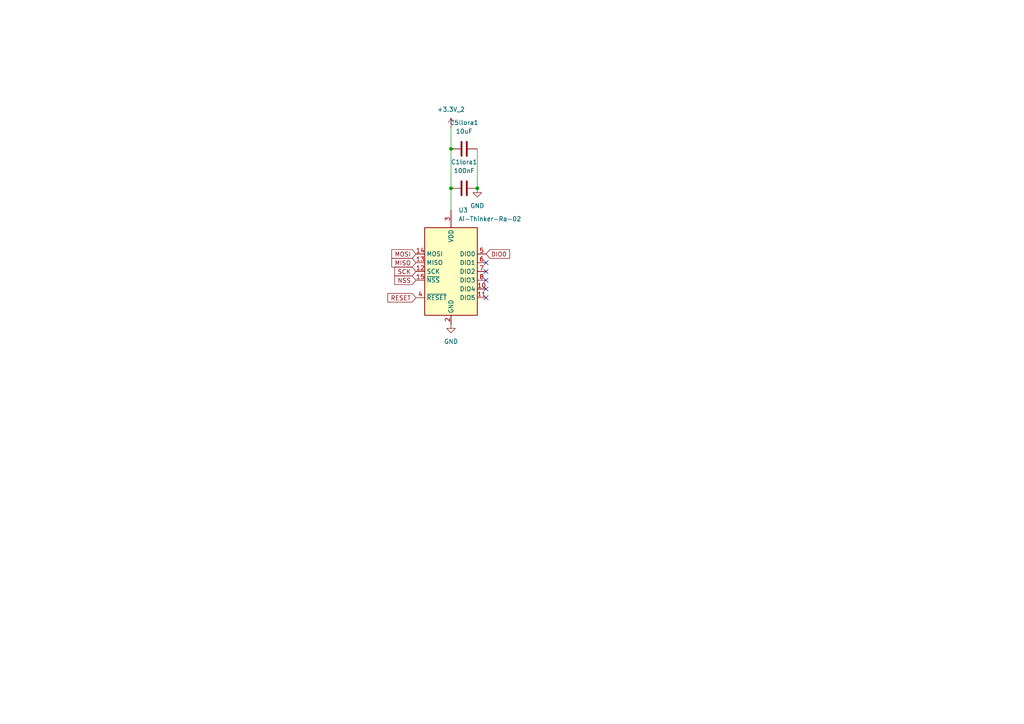
<source format=kicad_sch>
(kicad_sch (version 20250114) (generator "eeschema") (generator_version "9.0")
  (paper "A4")
  (lib_symbols
    (symbol "Device:C" (pin_numbers (hide yes)) (pin_names (offset 0.254))
      (property "Reference" "C" (at 0.635 2.54 0))
      (property "Value" "C" (at 0.635 -2.54 0))
      (symbol "C_0_1"
        (polyline (pts (xy -2.032 0.762) (xy 2.032 0.762)) (stroke (width 0.508)))
        (polyline (pts (xy -2.032 -0.762) (xy 2.032 -0.762)) (stroke (width 0.508)))
      )
      (symbol "C_1_1"
        (pin passive line (at 0 3.81 270) (length 2.794) (name "~") (number "1"))
        (pin passive line (at 0 -3.81 90) (length 2.794) (name "~") (number "2"))
      )
    )
    (symbol "RF_Module:Ai-Thinker-Ra-02"
      (property "Reference" "U" (at 2.54 19.05 0))
      (property "Value" "Ai-Thinker-Ra-02" (at 13.97 -15.24 0))
      (symbol "Ai-Thinker-Ra-02_0_1"
        (rectangle (start -7.62 12.7) (end 7.62 -12.7) (stroke (width 0.254)) (fill (type background)))
      )
      (symbol "Ai-Thinker-Ra-02_1_1"
        (pin input line (at -10.16 5.08 0) (length 2.54) (name "MOSI") (number "14"))
        (pin output line (at -10.16 2.54 0) (length 2.54) (name "MISO") (number "13"))
        (pin input line (at -10.16 0 0) (length 2.54) (name "SCK") (number "12"))
        (pin input line (at -10.16 -2.54 0) (length 2.54) (name "~{NSS}") (number "15"))
        (pin input line (at -10.16 -7.62 0) (length 2.54) (name "~{RESET}") (number "4"))
        (pin power_in line (at 0 17.78 270) (length 5.08) (name "VDD") (number "3"))
        (pin passive line (at 0 -15.24 90) (length 2.54) (hide yes) (name "GND") (number "1"))
        (pin passive line (at 0 -15.24 90) (length 2.54) (hide yes) (name "GND") (number "16"))
        (pin power_in line (at 0 -15.24 90) (length 2.54) (name "GND") (number "2"))
        (pin passive line (at 0 -15.24 90) (length 2.54) (hide yes) (name "GND") (number "9"))
        (pin bidirectional line (at 10.16 5.08 180) (length 2.54) (name "DIO0") (number "5"))
        (pin bidirectional line (at 10.16 2.54 180) (length 2.54) (name "DIO1") (number "6"))
        (pin bidirectional line (at 10.16 0 180) (length 2.54) (name "DIO2") (number "7"))
        (pin bidirectional line (at 10.16 -2.54 180) (length 2.54) (name "DIO3") (number "8"))
        (pin bidirectional line (at 10.16 -5.08 180) (length 2.54) (name "DIO4") (number "10"))
        (pin bidirectional line (at 10.16 -7.62 180) (length 2.54) (name "DIO5") (number "11"))
      )
    )
    (symbol "power:+3.3V" (power) (pin_numbers (hide yes)) (pin_names (offset 0) (hide yes))
      (property "Value" "+3.3V" (at 0 3.556 0))
      (symbol "+3.3V_0_1"
        (polyline (pts (xy -0.762 1.27) (xy 0 2.54)))
        (polyline (pts (xy 0 2.54) (xy 0.762 1.27)))
        (polyline (pts (xy 0 0) (xy 0 2.54)))
      )
      (symbol "+3.3V_1_1"
        (pin power_in line (at 0 0 90) (length 0) (name "~") (number "1"))
      )
    )
    (symbol "power:GND" (power) (pin_numbers (hide yes)) (pin_names (offset 0) (hide yes))
      (property "Value" "GND" (at 0 -3.81 0))
      (symbol "GND_0_1"
        (polyline (pts (xy 0 0) (xy 0 -1.27) (xy 1.27 -1.27) (xy 0 -2.54) (xy -1.27 -1.27) (xy 0 -1.27)))
      )
      (symbol "GND_1_1"
        (pin power_in line (at 0 0 270) (length 0) (name "~") (number "1"))
      )
    )
  )
  (junction (at 130.81 43.18))
  (junction (at 138.43 54.61))
  (junction (at 130.81 54.61))
  (no_connect (at 140.97 78.74))
  (no_connect (at 140.97 81.28))
  (no_connect (at 140.97 86.36))
  (no_connect (at 140.97 76.2))
  (no_connect (at 140.97 83.82))
  (wire (pts (xy 130.81 54.61) (xy 130.81 60.96)))
  (wire (pts (xy 130.81 36.83) (xy 130.81 43.18)))
  (wire (pts (xy 130.81 43.18) (xy 130.81 54.61)))
  (wire (pts (xy 138.43 43.18) (xy 138.43 54.61)))
  (global_label "RESET" (shape input) (at 120.65 86.36 180) (property "Intersheetrefs" "${INTERSHEET_REFS}" (effects (hide yes))))
  (global_label "SCK" (shape input) (at 120.65 78.74 180) (property "Intersheetrefs" "${INTERSHEET_REFS}" (effects (hide yes))))
  (global_label "NSS" (shape input) (at 120.65 81.28 180) (property "Intersheetrefs" "${INTERSHEET_REFS}" (effects (hide yes))))
  (global_label "DIO0" (shape input) (at 140.97 73.66 0) (property "Intersheetrefs" "${INTERSHEET_REFS}" (effects (hide yes))))
  (global_label "MISO" (shape input) (at 120.65 76.2 180) (property "Intersheetrefs" "${INTERSHEET_REFS}" (effects (hide yes))))
  (global_label "MOSI" (shape input) (at 120.65 73.66 180) (property "Intersheetrefs" "${INTERSHEET_REFS}" (effects (hide yes))))
  (symbol (lib_id "power:GND") (at 138.43 54.61 0) (unit 1)
    (property "Reference" "#PWR022" (effects (hide yes)))
    (property "Value" "GND" (at 138.43 59.69 0))
    (property "Description" "Power symbol creates a global label with name \"GND\" , ground" (effects (hide yes)))
  )
  (symbol (lib_id "power:GND") (at 130.81 93.98 0) (unit 1)
    (property "Reference" "#PWR09" (effects (hide yes)))
    (property "Value" "GND" (at 130.81 99.06 0))
    (property "Description" "Power symbol creates a global label with name \"GND\" , ground" (effects (hide yes)))
  )
  (symbol (lib_id "power:+3.3V") (at 130.81 36.83 0) (unit 1)
    (property "Reference" "#PWR08" (effects (hide yes)))
    (property "Value" "+3.3V_2" (at 130.81 31.75 0))
    (property "Description" "Power symbol creates a global label with name \"+3.3V\"" (effects (hide yes)))
  )
  (symbol (lib_id "Device:C") (at 134.62 43.18 90) (unit 1)
    (property "Reference" "C5llora1" (at 134.62 35.56 90))
    (property "Value" "10uF" (at 134.62 38.1 90))
    (property "Footprint" "Capacitor_SMD:C_1206_3216Metric" (effects (hide yes)))
    (property "Description" "Unpolarized capacitor" (effects (hide yes)))
    (property "Supplier" "Robu" (effects (hide yes)))
    (property "price" "1.5" (effects (hide yes)))
  )
  (symbol (lib_id "Device:C") (at 134.62 54.61 90) (unit 1)
    (property "Reference" "C1lora1" (at 134.62 46.99 90))
    (property "Value" "100nF" (at 134.62 49.53 90))
    (property "Footprint" "Capacitor_SMD:C_1206_3216Metric" (effects (hide yes)))
    (property "Description" "Unpolarized capacitor" (effects (hide yes)))
    (property "Supplier" "Robu" (effects (hide yes)))
    (property "price" "1.66" (effects (hide yes)))
  )
  (symbol (lib_id "RF_Module:Ai-Thinker-Ra-02") (at 130.81 78.74 0) (unit 1)
    (property "Reference" "U3" (at 132.9533 60.96 0) (effects (justify left)))
    (property "Value" "Ai-Thinker-Ra-02" (at 132.9533 63.5 0) (effects (justify left)))
    (property "Footprint" "RF_Module:Ai-Thinker-Ra-01-LoRa" (effects (hide yes)))
    (property "Datasheet" "http://wiki.ai-thinker.com/_media/lora/docs/c048ps01a1_ra-02_product_specification_v1.1.pdf" (effects (hide yes)))
    (property "Description" "Ai-Thinker Ra-02 410-525 MHz LoRa Module, SPI interface, U.FL antenna connector" (effects (hide yes)))
    (property "Supplier" "Rajiv" (effects (hide yes)))
    (property "price" "380" (effects (hide yes)))
  )
)
</source>
